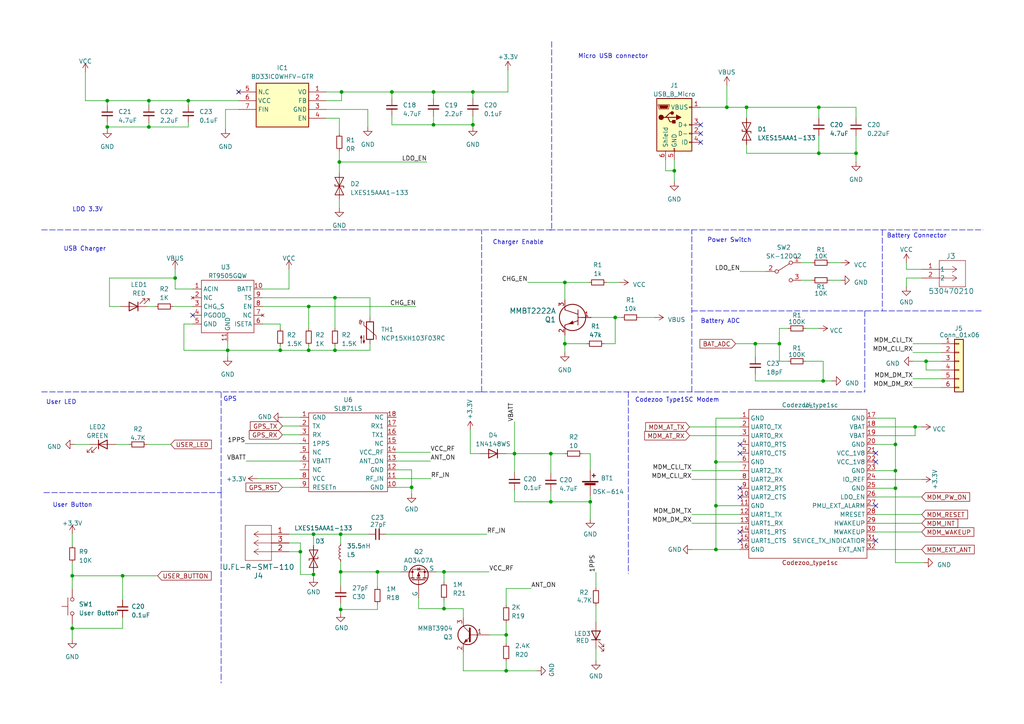
<source format=kicad_sch>
(kicad_sch (version 20230121) (generator eeschema)
  (paper "A4")
  (title_block (title "Power") (date "2023-04-21"))
  (junction (at 20.955 182.245))
  (junction (at 237.49 44.45))
  (junction (at 237.49 31.115))
  (junction (at 210.82 31.115))
  (junction (at 259.715 136.525))
  (junction (at 90.932 166.624))
  (junction (at 97.155 86.36))
  (junction (at 259.715 141.605))
  (junction (at 219.075 99.695))
  (junction (at 248.285 44.45))
  (junction (at 87.122 160.02))
  (junction (at 66.04 101.6))
  (junction (at 195.58 49.53))
  (junction (at 125.73 26.67))
  (junction (at 128.778 176.53))
  (junction (at 98.806 176.784))
  (junction (at 163.83 81.915))
  (junction (at 90.932 154.94))
  (junction (at 54.61 29.21))
  (junction (at 146.812 194.564))
  (junction (at 149.225 131.572))
  (junction (at 268.605 104.775))
  (junction (at 207.645 159.385))
  (junction (at 178.435 92.075))
  (junction (at 163.83 99.695))
  (junction (at 265.43 123.825))
  (junction (at 113.665 26.67))
  (junction (at 43.18 36.83))
  (junction (at 31.115 29.21))
  (junction (at 119.38 141.351))
  (junction (at 146.812 184.15))
  (junction (at 98.806 154.94))
  (junction (at 43.18 29.21))
  (junction (at 171.196 145.542))
  (junction (at 89.535 101.6))
  (junction (at 159.766 131.572))
  (junction (at 50.8 80.645))
  (junction (at 159.766 145.542))
  (junction (at 216.535 31.115))
  (junction (at 238.76 110.49))
  (junction (at 259.715 128.905))
  (junction (at 109.474 165.862))
  (junction (at 20.955 167.005))
  (junction (at 137.16 36.195))
  (junction (at 137.16 26.67))
  (junction (at 207.645 133.985))
  (junction (at 89.535 88.9))
  (junction (at 207.645 146.685))
  (junction (at 31.115 36.83))
  (junction (at 226.06 99.695))
  (junction (at 81.28 101.6))
  (junction (at 98.806 165.862))
  (junction (at 125.73 36.195))
  (junction (at 99.06 26.67))
  (junction (at 128.778 165.862))
  (junction (at 98.425 46.99))
  (junction (at 97.155 101.6))
  (junction (at 35.56 167.005))
  (no_connect (at 214.63 156.845))
  (no_connect (at 214.63 144.145))
  (no_connect (at 254 156.845))
  (no_connect (at 254 133.985))
  (no_connect (at 214.63 154.305))
  (no_connect (at 214.63 128.905))
  (no_connect (at 254 131.445))
  (no_connect (at 203.2 38.735))
  (no_connect (at 214.63 131.445))
  (no_connect (at 214.63 141.605))
  (no_connect (at 203.2 41.275))
  (no_connect (at 203.2 36.195))
  (no_connect (at 55.88 91.44))
  (no_connect (at 254 146.685))
  (no_connect (at 69.215 26.67))
  (wire (pts (xy 259.715 121.285) (xy 254 121.285)))
  (wire (pts (xy 98.425 43.815) (xy 98.425 46.99)))
  (wire (pts (xy 90.932 166.624) (xy 90.932 165.862)))
  (wire (pts (xy 193.04 46.355) (xy 193.04 49.53)))
  (wire (pts (xy 99.06 29.21) (xy 99.06 26.67)))
  (wire (pts (xy 210.82 31.115) (xy 216.535 31.115)))
  (polyline (pts (xy 12.7 142.875) (xy 64.135 142.875)) (stroke (width 0) (type dash)))
  (polyline (pts (xy 64.135 142.875) (xy 64.135 198.12)) (stroke (width 0) (type dash)))
  (wire (pts (xy 81.28 93.98) (xy 81.28 95.25)))
  (polyline (pts (xy 255.905 66.675) (xy 255.905 90.17)) (stroke (width 0) (type dash)))
  (wire (pts (xy 54.61 35.56) (xy 54.61 36.83)))
  (wire (pts (xy 134.366 189.23) (xy 134.366 194.564)))
  (wire (pts (xy 195.58 46.355) (xy 195.58 49.53)))
  (wire (pts (xy 146.812 191.77) (xy 146.812 194.564)))
  (wire (pts (xy 119.38 136.271) (xy 119.38 141.351)))
  (wire (pts (xy 90.932 154.94) (xy 98.806 154.94)))
  (wire (pts (xy 97.155 86.36) (xy 107.315 86.36)))
  (wire (pts (xy 254 141.605) (xy 259.715 141.605)))
  (wire (pts (xy 107.315 86.36) (xy 107.315 92.075)))
  (wire (pts (xy 219.075 99.695) (xy 226.06 99.695)))
  (wire (pts (xy 98.425 57.785) (xy 98.425 60.325)))
  (wire (pts (xy 113.665 26.67) (xy 125.73 26.67)))
  (wire (pts (xy 121.412 176.53) (xy 121.412 173.482)))
  (wire (pts (xy 83.82 83.82) (xy 76.2 83.82)))
  (wire (pts (xy 31.75 88.9) (xy 34.925 88.9)))
  (wire (pts (xy 66.04 101.6) (xy 66.04 103.505)))
  (wire (pts (xy 113.665 33.655) (xy 113.665 36.195)))
  (wire (pts (xy 42.545 128.905) (xy 49.53 128.905)))
  (wire (pts (xy 163.83 99.695) (xy 170.18 99.695)))
  (wire (pts (xy 90.932 167.64) (xy 90.932 166.624)))
  (wire (pts (xy 200.66 159.385) (xy 207.645 159.385)))
  (wire (pts (xy 128.778 176.53) (xy 121.412 176.53)))
  (wire (pts (xy 267.335 144.145) (xy 254 144.145)))
  (wire (pts (xy 232.41 81.28) (xy 235.585 81.28)))
  (wire (pts (xy 119.38 141.351) (xy 119.38 143.256)))
  (wire (pts (xy 262.89 80.645) (xy 267.335 80.645)))
  (wire (pts (xy 113.665 36.195) (xy 125.73 36.195)))
  (polyline (pts (xy 202.565 113.665) (xy 250.825 113.665)) (stroke (width 0) (type dash)))
  (wire (pts (xy 265.43 126.365) (xy 265.43 123.825)))
  (polyline (pts (xy 139.7 113.665) (xy 202.565 113.665)) (stroke (width 0) (type dash)))
  (wire (pts (xy 50.8 78.105) (xy 50.8 80.645)))
  (wire (pts (xy 273.05 107.315) (xy 268.605 107.315)))
  (wire (pts (xy 31.75 88.9) (xy 31.75 80.645)))
  (polyline (pts (xy 139.7 113.665) (xy 139.7 66.675)) (stroke (width 0) (type dash)))
  (wire (pts (xy 163.83 99.695) (xy 163.83 102.235)))
  (wire (pts (xy 20.955 180.975) (xy 20.955 182.245)))
  (wire (pts (xy 163.83 97.155) (xy 163.83 99.695)))
  (wire (pts (xy 128.778 176.53) (xy 134.366 176.53)))
  (wire (pts (xy 50.8 83.82) (xy 55.88 83.82)))
  (wire (pts (xy 98.806 157.734) (xy 98.806 154.94)))
  (wire (pts (xy 237.49 31.115) (xy 248.285 31.115)))
  (wire (pts (xy 214.63 78.74) (xy 222.25 78.74)))
  (wire (pts (xy 24.765 20.955) (xy 24.765 29.21)))
  (wire (pts (xy 107.315 101.6) (xy 97.155 101.6)))
  (wire (pts (xy 43.18 29.21) (xy 54.61 29.21)))
  (wire (pts (xy 254 128.905) (xy 259.715 128.905)))
  (wire (pts (xy 200.66 136.525) (xy 214.63 136.525)))
  (wire (pts (xy 113.665 26.67) (xy 113.665 28.575)))
  (wire (pts (xy 98.806 177.8) (xy 98.806 176.784)))
  (wire (pts (xy 171.196 143.891) (xy 171.196 145.542)))
  (wire (pts (xy 109.474 165.862) (xy 116.332 165.862)))
  (wire (pts (xy 214.63 121.285) (xy 207.645 121.285)))
  (polyline (pts (xy 64.135 142.875) (xy 64.135 113.665)) (stroke (width 0) (type dash)))
  (wire (pts (xy 20.955 154.94) (xy 20.955 158.115)))
  (wire (pts (xy 114.935 138.811) (xy 124.968 138.811)))
  (wire (pts (xy 83.82 78.105) (xy 83.82 83.82)))
  (wire (pts (xy 259.715 128.905) (xy 259.715 121.285)))
  (wire (pts (xy 97.155 100.33) (xy 97.155 101.6)))
  (wire (pts (xy 248.285 31.115) (xy 248.285 34.29)))
  (wire (pts (xy 128.778 165.862) (xy 141.859 165.862)))
  (wire (pts (xy 147.32 26.67) (xy 147.32 20.32)))
  (wire (pts (xy 97.155 86.36) (xy 97.155 95.25)))
  (wire (pts (xy 65.405 37.465) (xy 65.405 31.75)))
  (wire (pts (xy 207.645 133.985) (xy 207.645 146.685)))
  (wire (pts (xy 55.88 93.98) (xy 53.34 93.98)))
  (wire (pts (xy 264.795 102.235) (xy 273.05 102.235)))
  (wire (pts (xy 200.66 149.225) (xy 214.63 149.225)))
  (wire (pts (xy 81.915 121.031) (xy 86.995 121.031)))
  (wire (pts (xy 125.73 26.67) (xy 125.73 28.575)))
  (wire (pts (xy 172.847 165.989) (xy 172.847 170.561)))
  (wire (pts (xy 83.82 154.94) (xy 90.932 154.94)))
  (wire (pts (xy 20.955 182.245) (xy 20.955 185.42)))
  (wire (pts (xy 159.766 131.572) (xy 159.766 137.287)))
  (wire (pts (xy 83.82 160.02) (xy 87.122 160.02)))
  (wire (pts (xy 213.36 99.695) (xy 219.075 99.695)))
  (wire (pts (xy 149.225 122.301) (xy 149.225 131.572)))
  (wire (pts (xy 178.435 99.695) (xy 178.435 92.075)))
  (wire (pts (xy 178.435 92.075) (xy 180.34 92.075)))
  (wire (pts (xy 248.285 39.37) (xy 248.285 44.45)))
  (wire (pts (xy 125.73 26.67) (xy 137.16 26.67)))
  (wire (pts (xy 195.58 49.53) (xy 195.58 52.705)))
  (wire (pts (xy 109.474 175.26) (xy 109.474 176.784)))
  (wire (pts (xy 207.645 121.285) (xy 207.645 133.985)))
  (wire (pts (xy 233.68 95.25) (xy 237.49 95.25)))
  (wire (pts (xy 264.795 109.855) (xy 273.05 109.855)))
  (wire (pts (xy 114.935 133.731) (xy 124.841 133.731)))
  (wire (pts (xy 267.335 149.225) (xy 254 149.225)))
  (wire (pts (xy 149.225 142.113) (xy 149.225 145.542)))
  (wire (pts (xy 175.26 99.695) (xy 178.435 99.695)))
  (wire (pts (xy 168.91 131.572) (xy 171.196 131.572)))
  (wire (pts (xy 66.04 99.06) (xy 66.04 101.6)))
  (wire (pts (xy 185.42 92.075) (xy 189.865 92.075)))
  (wire (pts (xy 71.374 133.731) (xy 86.995 133.731)))
  (wire (pts (xy 216.535 44.45) (xy 237.49 44.45)))
  (wire (pts (xy 76.2 88.9) (xy 89.535 88.9)))
  (wire (pts (xy 109.474 170.18) (xy 109.474 165.862)))
  (wire (pts (xy 149.225 131.572) (xy 159.766 131.572)))
  (wire (pts (xy 89.535 88.9) (xy 89.535 95.25)))
  (polyline (pts (xy 12.065 113.665) (xy 139.7 113.665)) (stroke (width 0) (type dash)))
  (wire (pts (xy 134.366 194.564) (xy 146.812 194.564)))
  (polyline (pts (xy 12.065 66.675) (xy 160.02 66.675)) (stroke (width 0) (type dash)))
  (wire (pts (xy 241.3 110.49) (xy 238.76 110.49)))
  (wire (pts (xy 254 151.765) (xy 267.335 151.765)))
  (wire (pts (xy 98.425 34.29) (xy 98.425 38.735)))
  (wire (pts (xy 81.915 141.351) (xy 86.995 141.351)))
  (wire (pts (xy 159.766 145.542) (xy 171.196 145.542)))
  (wire (pts (xy 248.285 44.45) (xy 248.285 46.99)))
  (wire (pts (xy 35.56 167.005) (xy 35.56 173.99)))
  (wire (pts (xy 170.815 81.915) (xy 163.83 81.915)))
  (wire (pts (xy 146.812 180.594) (xy 146.812 184.15)))
  (wire (pts (xy 207.645 133.985) (xy 214.63 133.985)))
  (wire (pts (xy 171.196 145.542) (xy 171.196 150.495)))
  (wire (pts (xy 89.535 88.9) (xy 120.65 88.9)))
  (polyline (pts (xy 159.385 66.675) (xy 285.115 66.675)) (stroke (width 0) (type dash)))
  (wire (pts (xy 43.18 35.56) (xy 43.18 36.83)))
  (wire (pts (xy 114.935 131.191) (xy 124.841 131.191)))
  (wire (pts (xy 71.12 128.651) (xy 86.995 128.651)))
  (wire (pts (xy 262.89 78.105) (xy 267.335 78.105)))
  (wire (pts (xy 200.025 126.365) (xy 214.63 126.365)))
  (wire (pts (xy 226.06 99.695) (xy 226.06 104.775)))
  (wire (pts (xy 126.492 165.862) (xy 128.778 165.862)))
  (wire (pts (xy 54.61 36.83) (xy 43.18 36.83)))
  (wire (pts (xy 98.806 154.94) (xy 106.934 154.94)))
  (wire (pts (xy 254 136.525) (xy 259.715 136.525)))
  (wire (pts (xy 98.806 165.862) (xy 98.806 162.814)))
  (wire (pts (xy 264.795 112.395) (xy 273.05 112.395)))
  (wire (pts (xy 237.49 44.45) (xy 248.285 44.45)))
  (wire (pts (xy 20.955 167.005) (xy 35.56 167.005)))
  (wire (pts (xy 83.82 157.48) (xy 87.122 157.48)))
  (wire (pts (xy 238.76 104.775) (xy 238.76 110.49)))
  (wire (pts (xy 43.18 36.83) (xy 31.115 36.83)))
  (wire (pts (xy 226.06 104.775) (xy 228.6 104.775)))
  (wire (pts (xy 264.795 99.695) (xy 273.05 99.695)))
  (wire (pts (xy 33.655 128.905) (xy 37.465 128.905)))
  (wire (pts (xy 21.59 128.905) (xy 26.035 128.905)))
  (wire (pts (xy 81.28 101.6) (xy 66.04 101.6)))
  (wire (pts (xy 200.66 139.065) (xy 214.63 139.065)))
  (wire (pts (xy 74.549 138.811) (xy 86.995 138.811)))
  (wire (pts (xy 262.89 83.185) (xy 262.89 80.645)))
  (wire (pts (xy 226.06 95.25) (xy 226.06 99.695)))
  (wire (pts (xy 89.535 100.33) (xy 89.535 101.6)))
  (wire (pts (xy 146.812 184.15) (xy 146.812 186.69)))
  (wire (pts (xy 81.28 100.33) (xy 81.28 101.6)))
  (wire (pts (xy 54.61 29.21) (xy 69.215 29.21)))
  (wire (pts (xy 35.56 182.245) (xy 20.955 182.245)))
  (wire (pts (xy 31.115 35.56) (xy 31.115 36.83)))
  (wire (pts (xy 97.155 101.6) (xy 89.535 101.6)))
  (wire (pts (xy 112.014 154.94) (xy 141.224 154.94)))
  (wire (pts (xy 153.035 81.915) (xy 163.83 81.915)))
  (wire (pts (xy 175.895 81.915) (xy 179.705 81.915)))
  (polyline (pts (xy 250.825 90.17) (xy 250.825 113.665)) (stroke (width 0) (type dash)))
  (wire (pts (xy 146.812 131.572) (xy 149.225 131.572)))
  (wire (pts (xy 267.335 139.065) (xy 254 139.065)))
  (wire (pts (xy 149.225 131.572) (xy 149.225 137.033)))
  (wire (pts (xy 76.2 86.36) (xy 97.155 86.36)))
  (wire (pts (xy 35.56 179.07) (xy 35.56 182.245)))
  (wire (pts (xy 109.474 176.784) (xy 98.806 176.784)))
  (wire (pts (xy 200.66 151.765) (xy 214.63 151.765)))
  (wire (pts (xy 50.165 88.9) (xy 55.88 88.9)))
  (wire (pts (xy 136.398 124.714) (xy 136.398 131.572)))
  (wire (pts (xy 171.45 92.075) (xy 178.435 92.075)))
  (wire (pts (xy 98.806 165.862) (xy 109.474 165.862)))
  (wire (pts (xy 31.115 29.21) (xy 43.18 29.21)))
  (wire (pts (xy 254 123.825) (xy 265.43 123.825)))
  (wire (pts (xy 94.615 34.29) (xy 98.425 34.29)))
  (wire (pts (xy 207.645 159.385) (xy 214.63 159.385)))
  (wire (pts (xy 24.765 29.21) (xy 31.115 29.21)))
  (wire (pts (xy 254 159.385) (xy 267.335 159.385)))
  (wire (pts (xy 87.122 157.48) (xy 87.122 160.02)))
  (wire (pts (xy 114.935 141.351) (xy 119.38 141.351)))
  (wire (pts (xy 87.122 166.624) (xy 90.932 166.624)))
  (wire (pts (xy 254 126.365) (xy 265.43 126.365)))
  (wire (pts (xy 20.955 163.195) (xy 20.955 167.005)))
  (wire (pts (xy 81.915 126.111) (xy 86.995 126.111)))
  (wire (pts (xy 233.68 104.775) (xy 238.76 104.775)))
  (wire (pts (xy 203.2 31.115) (xy 210.82 31.115)))
  (wire (pts (xy 268.605 104.775) (xy 273.05 104.775)))
  (wire (pts (xy 200.025 123.825) (xy 214.63 123.825)))
  (wire (pts (xy 128.778 168.91) (xy 128.778 165.862)))
  (wire (pts (xy 98.425 46.99) (xy 98.425 50.165)))
  (wire (pts (xy 216.535 31.115) (xy 216.535 34.29)))
  (wire (pts (xy 54.61 29.21) (xy 54.61 30.48)))
  (wire (pts (xy 240.665 76.2) (xy 243.84 76.2)))
  (wire (pts (xy 125.73 36.195) (xy 137.16 36.195)))
  (wire (pts (xy 20.955 167.005) (xy 20.955 170.815)))
  (wire (pts (xy 207.645 146.685) (xy 214.63 146.685)))
  (wire (pts (xy 128.778 176.53) (xy 128.778 173.99)))
  (polyline (pts (xy 200.66 90.17) (xy 285.115 90.17)) (stroke (width 0) (type dash)))
  (wire (pts (xy 219.075 110.49) (xy 238.76 110.49)))
  (wire (pts (xy 159.766 131.572) (xy 163.83 131.572)))
  (wire (pts (xy 137.16 33.655) (xy 137.16 36.195)))
  (wire (pts (xy 172.847 175.641) (xy 172.847 180.467)))
  (wire (pts (xy 228.6 95.25) (xy 226.06 95.25)))
  (wire (pts (xy 137.16 26.67) (xy 137.16 28.575)))
  (wire (pts (xy 149.225 145.542) (xy 159.766 145.542)))
  (wire (pts (xy 89.535 101.6) (xy 81.28 101.6)))
  (wire (pts (xy 125.73 33.655) (xy 125.73 36.195)))
  (wire (pts (xy 159.766 142.367) (xy 159.766 145.542)))
  (wire (pts (xy 99.06 26.67) (xy 113.665 26.67)))
  (wire (pts (xy 163.83 81.915) (xy 163.83 86.995)))
  (wire (pts (xy 254 154.305) (xy 267.335 154.305)))
  (wire (pts (xy 65.405 31.75) (xy 69.215 31.75)))
  (wire (pts (xy 31.115 36.83) (xy 31.115 37.465)))
  (wire (pts (xy 232.41 76.2) (xy 235.585 76.2)))
  (wire (pts (xy 146.812 175.514) (xy 146.812 170.688)))
  (wire (pts (xy 146.812 170.688) (xy 154.051 170.688)))
  (polyline (pts (xy 200.66 113.665) (xy 200.66 66.675)) (stroke (width 0) (type dash)))
  (wire (pts (xy 262.89 76.2) (xy 262.89 78.105)))
  (wire (pts (xy 137.16 36.195) (xy 137.16 36.83)))
  (wire (pts (xy 114.935 136.271) (xy 119.38 136.271)))
  (wire (pts (xy 76.2 93.98) (xy 81.28 93.98)))
  (wire (pts (xy 259.715 163.195) (xy 267.97 163.195)))
  (wire (pts (xy 259.715 141.605) (xy 259.715 136.525)))
  (wire (pts (xy 172.847 188.087) (xy 172.847 191.643)))
  (wire (pts (xy 259.715 136.525) (xy 259.715 128.905)))
  (polyline (pts (xy 160.02 12.065) (xy 160.02 66.675)) (stroke (width 0) (type dash)))
  (wire (pts (xy 146.812 194.564) (xy 155.702 194.564)))
  (wire (pts (xy 219.075 108.585) (xy 219.075 110.49)))
  (wire (pts (xy 240.665 81.28) (xy 243.84 81.28)))
  (wire (pts (xy 43.18 29.21) (xy 43.18 30.48)))
  (wire (pts (xy 216.535 41.91) (xy 216.535 44.45)))
  (wire (pts (xy 171.196 131.572) (xy 171.196 136.271)))
  (wire (pts (xy 136.398 131.572) (xy 139.192 131.572)))
  (wire (pts (xy 35.56 167.005) (xy 45.72 167.005)))
  (wire (pts (xy 107.315 99.695) (xy 107.315 101.6)))
  (wire (pts (xy 193.04 49.53) (xy 195.58 49.53)))
  (wire (pts (xy 94.615 29.21) (xy 99.06 29.21)))
  (wire (pts (xy 207.645 146.685) (xy 207.645 159.385)))
  (wire (pts (xy 219.075 99.695) (xy 219.075 103.505)))
  (wire (pts (xy 98.425 46.99) (xy 123.825 46.99)))
  (wire (pts (xy 50.8 80.645) (xy 50.8 83.82)))
  (wire (pts (xy 42.545 88.9) (xy 45.085 88.9)))
  (wire (pts (xy 106.68 31.75) (xy 106.68 36.83)))
  (wire (pts (xy 31.75 80.645) (xy 50.8 80.645)))
  (wire (pts (xy 259.715 141.605) (xy 259.715 163.195)))
  (wire (pts (xy 264.795 104.775) (xy 268.605 104.775)))
  (wire (pts (xy 216.535 31.115) (xy 237.49 31.115)))
  (wire (pts (xy 53.34 101.6) (xy 66.04 101.6)))
  (wire (pts (xy 94.615 26.67) (xy 99.06 26.67)))
  (wire (pts (xy 98.806 169.926) (xy 98.806 165.862)))
  (wire (pts (xy 98.806 176.784) (xy 98.806 175.006)))
  (wire (pts (xy 210.82 24.765) (xy 210.82 31.115)))
  (polyline (pts (xy 182.245 113.665) (xy 182.245 166.37)) (stroke (width 0) (type dash)))
  (wire (pts (xy 137.16 26.67) (xy 147.32 26.67)))
  (wire (pts (xy 94.615 31.75) (xy 106.68 31.75)))
  (wire (pts (xy 53.34 93.98) (xy 53.34 101.6)))
  (wire (pts (xy 268.605 107.315) (xy 268.605 104.775)))
  (wire (pts (xy 81.915 123.571) (xy 86.995 123.571)))
  (wire (pts (xy 237.49 39.37) (xy 237.49 44.45)))
  (wire (pts (xy 87.122 160.02) (xy 87.122 166.624)))
  (wire (pts (xy 237.49 31.115) (xy 237.49 34.29)))
  (wire (pts (xy 31.115 29.21) (xy 31.115 30.48)))
  (wire (pts (xy 90.932 158.242) (xy 90.932 154.94)))
  (wire (pts (xy 141.986 184.15) (xy 146.812 184.15)))
  (wire (pts (xy 265.43 123.825) (xy 267.335 123.825)))
  (wire (pts (xy 134.366 179.07) (xy 134.366 176.53)))
  (text "User Button" (at 15.24 147.32 0) (effects (font (size 1.27 1.27)) (justify left bottom)))
  (text "Codezoo Type1SC Modem" (at 184.15 116.84 0) (effects (font (size 1.27 1.27)) (justify left bottom)))
  (text "Battery ADC" (at 203.2 93.98 0) (effects (font (size 1.27 1.27)) (justify left bottom)))
  (text "Charger Enable" (at 142.875 71.12 0) (effects (font (size 1.27 1.27)) (justify left bottom)))
  (text "LDO 3.3V" (at 20.955 61.595 0) (effects (font (size 1.27 1.27)) (justify left bottom)))
  (text "Battery Connector" (at 257.175 69.215 0) (effects (font (size 1.27 1.27)) (justify left bottom)))
  (text "User LED" (at 13.335 117.475 0) (effects (font (size 1.27 1.27)) (justify left bottom)))
  (text "GPS" (at 64.77 116.586 0) (effects (font (size 1.27 1.27)) (justify left bottom)))
  (text "USB Charger" (at 18.415 73.025 0) (effects (font (size 1.27 1.27)) (justify left bottom)))
  (text "Power Switch" (at 205.105 70.485 0) (effects (font (size 1.27 1.27)) (justify left bottom)))
  (text "Micro USB connector" (at 167.64 17.145 0) (effects (font (size 1.27 1.27)) (justify left bottom)))
  (label "MDM_CLI_RX" (at 264.795 102.235 180))
  (label "VBATT" (at 71.374 133.731 180))
  (label "RF_IN" (at 141.224 154.94 0))
  (label "MDM_CLI_TX" (at 200.66 136.525 180))
  (label "1PPS" (at 172.847 165.989 90))
  (label "MDM_DM_RX" (at 200.66 151.765 180))
  (label "VBATT" (at 149.225 122.301 90))
  (label "CHG_EN" (at 153.035 81.915 180))
  (label "RF_IN" (at 124.968 138.811 0))
  (label "CHG_EN" (at 120.65 88.9 180))
  (label "LDO_EN" (at 123.825 46.99 180))
  (label "VCC_RF" (at 141.859 165.862 0))
  (label "1PPS" (at 71.12 128.651 180))
  (label "MDM_CLI_RX" (at 200.66 139.065 180))
  (label "MDM_CLI_TX" (at 264.795 99.695 180))
  (label "VCC_RF" (at 124.841 131.191 0))
  (label "MDM_DM_TX" (at 264.795 109.855 180))
  (label "ANT_ON" (at 124.841 133.731 0))
  (label "ANT_ON" (at 154.051 170.688 0))
  (label "MDM_DM_RX" (at 264.795 112.395 180))
  (label "MDM_DM_TX" (at 200.66 149.225 180))
  (label "LDO_EN" (at 214.63 78.74 180))
  (global_label "BAT_ADC" (shape input) (at 213.36 99.695 180) (property "Intersheetrefs" "${INTERSHEET_REFS}" (effects hide)))
  (global_label "MDM_INT" (shape input) (at 267.335 151.765 0) (property "Intersheetrefs" "${INTERSHEET_REFS}" (effects hide)))
  (global_label "MDM_EXT_ANT" (shape input) (at 267.335 159.385 0) (property "Intersheetrefs" "${INTERSHEET_REFS}" (effects hide)))
  (global_label "MDM_RESET" (shape input) (at 267.335 149.225 0) (property "Intersheetrefs" "${INTERSHEET_REFS}" (effects hide)))
  (global_label "GPS_TX" (shape input) (at 81.915 123.571 180) (property "Intersheetrefs" "${INTERSHEET_REFS}" (effects hide)))
  (global_label "GPS_RST" (shape input) (at 81.915 141.351 180) (property "Intersheetrefs" "${INTERSHEET_REFS}" (effects hide)))
  (global_label "MDM_AT_RX" (shape input) (at 200.025 126.365 180) (property "Intersheetrefs" "${INTERSHEET_REFS}" (effects hide)))
  (global_label "GPS_RX" (shape input) (at 81.915 126.111 180) (property "Intersheetrefs" "${INTERSHEET_REFS}" (effects hide)))
  (global_label "USER_BUTTON" (shape input) (at 45.72 167.005 0) (property "Intersheetrefs" "${INTERSHEET_REFS}" (effects hide)))
  (global_label "MDM_PW_ON" (shape input) (at 267.335 144.145 0) (property "Intersheetrefs" "${INTERSHEET_REFS}" (effects hide)))
  (global_label "USER_LED" (shape input) (at 49.53 128.905 0) (property "Intersheetrefs" "${INTERSHEET_REFS}" (effects hide)))
  (global_label "MDM_WAKEUP" (shape input) (at 267.335 154.305 0) (property "Intersheetrefs" "${INTERSHEET_REFS}" (effects hide)))
  (global_label "MDM_AT_TX" (shape input) (at 200.025 123.825 180) (property "Intersheetrefs" "${INTERSHEET_REFS}" (effects hide)))
  (symbol (lib_id "power:GND") (at 31.115 37.465 0) (unit 1)
    (property "Reference" "#PWR034" (effects hide))
    (property "Value" "GND" (at 31.115 42.545 0))
    (instances (project "Tracker_CC2652R7" (path "" (reference "#PWR034") (unit 1)) (path "" (reference "#PWR040") (unit 1))))
  )
  (symbol (lib_id "Device:R_Small") (at 238.125 81.28 270) (unit 1)
    (property "Reference" "R1" (at 238.125 83.185 90))
    (property "Value" "10K" (at 238.125 85.09 90))
    (property "Footprint" "Resistor_SMD:R_0603_1608Metric" (effects hide))
    (instances (project "Tracker_CC2652R7" (path "" (reference "R1") (unit 1)) (path "" (reference "R13") (unit 1))))
  )
  (symbol (lib_id "BD33IC0WHFV-GTR:BD33IC0WHFV-GTR") (at 94.615 26.67 0) (mirror y) (unit 1)
    (property "Reference" "IC1" (at 81.915 19.685 0))
    (property "Value" "BD33IC0WHFV-GTR" (at 81.915 22.225 0))
    (property "Footprint" "Package_TO_SOT_SMD:HVSOF6" (effects hide))
    (property "Datasheet" "https://componentsearchengine.com/Datasheets/2/BD33IC0WHFV-GTR.pdf" (effects hide))
    (property "Height" "0.75" (effects hide))
    (property "Manufacturer_Name" "ROHM Semiconductor" (effects hide))
    (property "Manufacturer_Part_Number" "BD33IC0WHFV-GTR" (effects hide))
    (property "Mouser Part Number" "755-BD33IC0WHFV-GTR" (effects hide))
    (property "Mouser Price/Stock" "https://www.mouser.co.uk/ProductDetail/ROHM-Semiconductor/BD33IC0WHFV-GTR?qs=FwrL%252BevIYAYWPpsN05IM6A%3D%3D" (effects hide))
    (instances (project "Tracker_CC2652R7" (path "" (reference "IC1") (unit 1)) (path "" (reference "U5") (unit 1))))
  )
  (symbol (lib_id "Simulation_SPICE:PMOS") (at 121.412 168.402 90) (unit 1)
    (property "Reference" "Q2" (at 121.412 160.02 90))
    (property "Value" "AO3407A" (at 121.412 162.56 90))
    (property "Footprint" "Package_TO_SOT_SMD:SOT-23-3" (effects hide))
    (property "Datasheet" "https://ngspice.sourceforge.io/docs/ngspice-manual.pdf" (effects hide))
    (property "Sim.Device" "PMOS" (effects hide))
    (property "Sim.Type" "VDMOS" (effects hide))
    (property "Sim.Pins" "1=D 2=G 3=S" (effects hide))
  )
  (symbol (lib_id "power:GND") (at 262.89 83.185 0) (unit 1)
    (property "Reference" "#PWR028" (effects hide))
    (property "Value" "GND" (at 262.89 87.63 0))
    (instances (project "Tracker_CC2652R7" (path "" (reference "#PWR028") (unit 1)) (path "" (reference "#PWR036") (unit 1))))
  )
  (symbol (lib_id "Diode:1N4148WS") (at 143.002 131.572 180) (unit 1)
    (property "Reference" "D4" (at 143.002 126.238 0))
    (property "Value" "1N4148WS" (at 143.002 128.778 0))
    (property "Footprint" "Diode_SMD:D_SOD-323" (effects hide))
    (property "Datasheet" "https://www.vishay.com/docs/85751/1n4148ws.pdf" (effects hide))
    (property "Sim.Device" "D" (effects hide))
    (property "Sim.Pins" "1=K 2=A" (effects hide))
  )
  (symbol (lib_id "power:GND") (at 172.847 191.643 0) (unit 1)
    (property "Reference" "#PWR031" (effects hide))
    (property "Value" "GND" (at 172.847 196.088 0))
    (instances (project "Tracker_CC2652R7" (path "" (reference "#PWR031") (unit 1)) (path "" (reference "#PWR062") (unit 1))))
  )
  (symbol (lib_id "power:GND") (at 66.04 103.505 0) (unit 1)
    (property "Reference" "#PWR031" (effects hide))
    (property "Value" "GND" (at 66.04 108.585 0))
    (instances (project "Tracker_CC2652R7" (path "" (reference "#PWR031") (unit 1)) (path "" (reference "#PWR029") (unit 1))))
  )
  (symbol (lib_id "power:GND") (at 171.196 150.495 0) (unit 1)
    (property "Reference" "#PWR031" (effects hide))
    (property "Value" "GND" (at 171.196 154.94 0))
    (instances (project "Tracker_CC2652R7" (path "" (reference "#PWR031") (unit 1)) (path "" (reference "#PWR063") (unit 1))))
  )
  (symbol (lib_id "power:GND") (at 106.68 36.83 0) (unit 1)
    (property "Reference" "#PWR029" (effects hide))
    (property "Value" "GND" (at 106.68 41.91 0))
    (instances (project "Tracker_CC2652R7" (path "" (reference "#PWR029") (unit 1)) (path "" (reference "#PWR045") (unit 1))))
  )
  (symbol (lib_id "MMBT2222A:MMBT2222A_215") (at 171.45 92.075 0) (mirror y) (unit 1)
    (property "Reference" "Q1" (at 161.29 92.71 0) (effects (font (size 1.524 1.524)) (justify left)))
    (property "Value" "MMBT2222A" (at 161.29 90.17 0) (effects (font (size 1.524 1.524)) (justify left)))
    (property "Footprint" "Package_TO_SOT_SMD:SOT-23-3" (effects hide))
    (property "Datasheet" "MMBT2222A_215" (effects hide))
  )
  (symbol (lib_id "power:VCC") (at 262.89 76.2 0) (unit 1)
    (property "Reference" "#PWR033" (effects hide))
    (property "Value" "VCC" (at 262.89 72.39 0))
    (instances (project "Tracker_CC2652R7" (path "" (reference "#PWR033") (unit 1)) (path "" (reference "#PWR035") (unit 1))))
  )
  (symbol (lib_id "power:GND") (at 200.66 159.385 270) (unit 1)
    (property "Reference" "#PWR032" (effects hide))
    (property "Value" "GND" (at 193.675 159.385 90) (effects (justify left)))
    (instances (project "Tracker_CC2652R7" (path "" (reference "#PWR032") (unit 1)) (path "" (reference "#PWR055") (unit 1))))
  )
  (symbol (lib_id "power:GND") (at 65.405 37.465 0) (unit 1)
    (property "Reference" "#PWR032" (effects hide))
    (property "Value" "GND" (at 65.405 42.545 0))
    (instances (project "Tracker_CC2652R7" (path "" (reference "#PWR032") (unit 1)) (path "" (reference "#PWR043") (unit 1))))
  )
  (symbol (lib_id "power:+3.3V") (at 20.955 154.94 0) (unit 1)
    (property "Reference" "#PWR025" (effects hide))
    (property "Value" "+3.3V" (at 20.955 151.765 0))
    (instances (project "Tracker_CC2652R7" (path "" (reference "#PWR025") (unit 1)) (path "" (reference "#PWR048") (unit 1))))
  )
  (symbol (lib_id "power:GND") (at 137.16 36.83 0) (unit 1)
    (property "Reference" "#PWR028" (effects hide))
    (property "Value" "GND" (at 137.16 41.91 0))
    (instances (project "Tracker_CC2652R7" (path "" (reference "#PWR028") (unit 1)) (path "" (reference "#PWR049") (unit 1))))
  )
  (symbol (lib_id "Device:R_Small") (at 97.155 97.79 0) (unit 1)
    (property "Reference" "R2" (at 99.06 97.155 0) (effects (justify left)))
    (property "Value" "1.5K" (at 99.06 99.695 0) (effects (justify left)))
    (property "Footprint" "Resistor_SMD:R_0402_1005Metric" (effects hide))
    (instances (project "Tracker_CC2652R7" (path "" (reference "R2") (unit 1)) (path "" (reference "R8") (unit 1))))
  )
  (symbol (lib_id "power:+3.3V") (at 267.335 139.065 270) (unit 1)
    (property "Reference" "#PWR025" (effects hide))
    (property "Value" "+3.3V" (at 271.145 139.065 0))
    (instances (project "Tracker_CC2652R7" (path "" (reference "#PWR025") (unit 1)) (path "" (reference "#PWR056") (unit 1))))
  )
  (symbol (lib_id "power:+3.3V") (at 136.398 124.714 0) (unit 1)
    (property "Reference" "#PWR025" (effects hide))
    (property "Value" "+3.3V" (at 136.271 121.666 90) (effects (justify left)))
    (instances (project "Tracker_CC2652R7" (path "" (reference "#PWR025") (unit 1)) (path "" (reference "#PWR064") (unit 1))))
  )
  (symbol (lib_id "power:VCC") (at 267.335 123.825 270) (unit 1)
    (property "Reference" "#PWR033" (effects hide))
    (property "Value" "VCC" (at 270.51 124.46 90) (effects (justify left)))
    (instances (project "Tracker_CC2652R7" (path "" (reference "#PWR033") (unit 1)) (path "" (reference "#PWR053") (unit 1))))
  )
  (symbol (lib_id "Device:R_Small") (at 172.72 99.695 90) (unit 1)
    (property "Reference" "R1" (at 172.72 94.615 90))
    (property "Value" "47k" (at 172.72 97.155 90))
    (property "Footprint" "Resistor_SMD:R_0402_1005Metric" (effects hide))
    (instances (project "Tracker_CC2652R7" (path "" (reference "R1") (unit 1)) (path "" (reference "R11") (unit 1))))
  )
  (symbol (lib_id "Device:LED") (at 29.845 128.905 0) (unit 1)
    (property "Reference" "LED2" (at 28.2575 123.825 0))
    (property "Value" "GREEN" (at 28.2575 126.365 0))
    (property "Footprint" "LED_SMD:LED_0603_1608Metric" (effects hide))
  )
  (symbol (lib_id "Device:C_Small") (at 237.49 36.83 0) (unit 1)
    (property "Reference" "C20" (at 240.665 36.2013 0) (effects (justify left)))
    (property "Value" "4.7uF" (at 240.665 38.7413 0) (effects (justify left)))
    (property "Footprint" "Capacitor_SMD:C_0805_2012Metric" (effects hide))
    (instances (project "Tracker_CC2652R7" (path "" (reference "C20") (unit 1)) (path "" (reference "C18") (unit 1))))
  )
  (symbol (lib_id "Device:C_Small") (at 149.225 139.573 0) (unit 1)
    (property "Reference" "C20" (at 151.765 138.9443 0) (effects (justify left)))
    (property "Value" "0.1uF" (at 151.765 141.4843 0) (effects (justify left)))
    (property "Footprint" "Capacitor_SMD:C_0603_1608Metric" (effects hide))
    (instances (project "Tracker_CC2652R7" (path "" (reference "C20") (unit 1)) (path "" (reference "C31") (unit 1))))
  )
  (symbol (lib_id "Device:C_Small") (at 159.766 139.827 0) (unit 1)
    (property "Reference" "C20" (at 162.179 139.1983 0) (effects (justify left)))
    (property "Value" "4.7uF" (at 162.179 141.7383 0) (effects (justify left)))
    (property "Footprint" "Capacitor_SMD:C_0603_1608Metric" (effects hide))
    (instances (project "Tracker_CC2652R7" (path "" (reference "C20") (unit 1)) (path "" (reference "C32") (unit 1))))
  )
  (symbol (lib_id "Device:R_Small") (at 146.812 189.23 0) (mirror x) (unit 1)
    (property "Reference" "R20" (at 149.352 189.865 0) (effects (justify left)))
    (property "Value" "2.4K" (at 149.352 187.325 0) (effects (justify left)))
    (property "Footprint" "Resistor_SMD:R_0402_1005Metric" (effects hide))
  )
  (symbol (lib_id "Device:R_Small") (at 146.812 178.054 0) (mirror x) (unit 1)
    (property "Reference" "R19" (at 148.336 178.689 0) (effects (justify left)))
    (property "Value" "2K" (at 148.336 176.149 0) (effects (justify left)))
    (property "Footprint" "Resistor_SMD:R_0402_1005Metric" (effects hide))
  )
  (symbol (lib_id "power:VCC") (at 179.705 81.915 270) (unit 1)
    (property "Reference" "#PWR033" (effects hide))
    (property "Value" "VCC" (at 183.515 82.55 90) (effects (justify left)))
    (instances (project "Tracker_CC2652R7" (path "" (reference "#PWR033") (unit 1)) (path "" (reference "#PWR05") (unit 1))))
  )
  (symbol (lib_id "Device:C_Small") (at 248.285 36.83 0) (unit 1)
    (property "Reference" "C20" (at 251.46 36.2013 0) (effects (justify left)))
    (property "Value" "0.22uF" (at 251.46 38.7413 0) (effects (justify left)))
    (property "Footprint" "Capacitor_SMD:C_0402_1005Metric" (effects hide))
    (instances (project "Tracker_CC2652R7" (path "" (reference "C20") (unit 1)) (path "" (reference "C19") (unit 1))))
  )
  (symbol (lib_id "power:GND") (at 81.915 121.031 270) (unit 1)
    (property "Reference" "#PWR031" (effects hide))
    (property "Value" "GND" (at 78.867 120.904 90) (effects (justify right)))
    (instances (project "Tracker_CC2652R7" (path "" (reference "#PWR031") (unit 1)) (path "" (reference "#PWR047") (unit 1))))
  )
  (symbol (lib_id "power:GND") (at 241.3 110.49 90) (unit 1)
    (property "Reference" "#PWR028" (effects hide))
    (property "Value" "GND" (at 245.11 111.125 90) (effects (justify right)))
    (instances (project "Tracker_CC2652R7" (path "" (reference "#PWR028") (unit 1)) (path "" (reference "#PWR042") (unit 1))))
  )
  (symbol (lib_id "Device:Thermistor_NTC") (at 107.315 95.885 0) (unit 1)
    (property "Reference" "TH1" (at 110.49 95.5675 0) (effects (justify left)))
    (property "Value" "NCP15XH103F03RC" (at 110.49 98.1075 0) (effects (justify left)))
    (property "Footprint" "Diode_SMD:D_0402_1005Metric" (effects hide))
  )
  (symbol (lib_id "Device:Battery_Cell") (at 171.196 141.351 0) (unit 1)
    (property "Reference" "BT1" (at 174.244 138.684 0) (effects (justify left)))
    (property "Value" "DSK-614" (at 171.831 142.621 0) (effects (justify left)))
    (property "Footprint" "dsk614:DSK-614" (effects hide))
  )
  (symbol (lib_id "power:GND") (at 195.58 52.705 0) (unit 1)
    (property "Reference" "#PWR028" (effects hide))
    (property "Value" "GND" (at 195.58 57.785 0))
    (instances (project "Tracker_CC2652R7" (path "" (reference "#PWR028") (unit 1)) (path "" (reference "#PWR025") (unit 1))))
  )
  (symbol (lib_id "power:VBUS") (at 189.865 92.075 270) (unit 1)
    (property "Reference" "#PWR06" (effects hide))
    (property "Value" "VBUS" (at 193.675 92.71 90) (effects (justify left)))
  )
  (symbol (lib_id "Device:R_Small") (at 231.14 95.25 270) (unit 1)
    (property "Reference" "R1" (at 231.14 91.44 90))
    (property "Value" "100K" (at 231.14 93.345 90))
    (property "Footprint" "Resistor_SMD:R_0402_1005Metric" (effects hide))
    (instances (project "Tracker_CC2652R7" (path "" (reference "R1") (unit 1)) (path "" (reference "R14") (unit 1))))
  )
  (symbol (lib_id "power:GND") (at 119.38 143.256 0) (unit 1)
    (property "Reference" "#PWR031" (effects hide))
    (property "Value" "GND" (at 119.38 147.701 0))
    (instances (project "Tracker_CC2652R7" (path "" (reference "#PWR031") (unit 1)) (path "" (reference "#PWR058") (unit 1))))
  )
  (symbol (lib_id "Device:LED") (at 172.847 184.277 90) (unit 1)
    (property "Reference" "LED3" (at 166.497 183.769 90) (effects (justify right)))
    (property "Value" "RED" (at 167.005 185.801 90) (effects (justify right)))
    (property "Footprint" "LED_SMD:LED_0603_1608Metric" (effects hide))
  )
  (symbol (lib_id "power:GND") (at 20.955 185.42 0) (unit 1)
    (property "Reference" "#PWR034" (effects hide))
    (property "Value" "GND" (at 20.955 190.5 0))
    (instances (project "Tracker_CC2652R7" (path "" (reference "#PWR034") (unit 1)) (path "" (reference "#PWR051") (unit 1))))
  )
  (symbol (lib_id "power:+3.3V") (at 147.32 20.32 0) (unit 1)
    (property "Reference" "#PWR025" (effects hide))
    (property "Value" "+3.3V" (at 147.32 16.51 0))
    (instances (project "Tracker_CC2652R7" (path "" (reference "#PWR025") (unit 1)) (path "" (reference "#PWR050") (unit 1))))
  )
  (symbol (lib_id "Device:C_Small") (at 219.075 106.045 0) (unit 1)
    (property "Reference" "C23" (at 222.25 105.4163 0) (effects (justify left)))
    (property "Value" "18pF" (at 222.25 107.9563 0) (effects (justify left)))
    (property "Footprint" "Capacitor_SMD:C_0402_1005Metric" (effects hide))
    (instances (project "Tracker_CC2652R7" (path "" (reference "C23") (unit 1)) (path "" (reference "C21") (unit 1))))
  )
  (symbol (lib_id "Switch:SW_SPDT") (at 227.33 78.74 0) (unit 1)
    (property "Reference" "SW2" (at 227.33 71.755 0))
    (property "Value" "SK-12D02" (at 227.33 74.295 0))
    (property "Footprint" "SK_12D02_VG5:SK-12D02-VG5" (effects hide))
  )
  (symbol (lib_id "Diode:ESD9B3.3ST5G") (at 90.932 162.052 90) (mirror x) (unit 1)
    (property "Reference" "D3" (at 91.44 156.972 90) (effects (justify right)))
    (property "Value" "LXES15AAA1-133" (at 85.344 153.162 90) (effects (justify right)))
    (property "Footprint" "Diode_SMD:D_0402_1005Metric" (effects hide))
  )
  (symbol (lib_id "power:GND") (at 248.285 46.99 0) (unit 1)
    (property "Reference" "#PWR028" (effects hide))
    (property "Value" "GND" (at 248.285 52.07 0))
    (instances (project "Tracker_CC2652R7" (path "" (reference "#PWR028") (unit 1)) (path "" (reference "#PWR027") (unit 1))))
  )
  (symbol (lib_id "power:VCC") (at 83.82 78.105 0) (unit 1)
    (property "Reference" "#PWR033" (effects hide))
    (property "Value" "VCC" (at 83.82 74.93 0))
    (instances (project "Tracker_CC2652R7" (path "" (reference "#PWR033") (unit 1)) (path "" (reference "#PWR030") (unit 1))))
  )
  (symbol (lib_id "Device:R_Small") (at 40.005 128.905 270) (unit 1)
    (property "Reference" "R2" (at 40.005 124.46 90))
    (property "Value" "4.7K" (at 40.005 127 90))
    (property "Footprint" "Resistor_SMD:R_0402_1005Metric" (effects hide))
    (instances (project "Tracker_CC2652R7" (path "" (reference "R2") (unit 1)) (path "" (reference "R17") (unit 1))))
  )
  (symbol (lib_id "Device:R_Small") (at 20.955 160.655 0) (unit 1)
    (property "Reference" "R9" (at 22.86 160.02 0) (effects (justify left)))
    (property "Value" "10K" (at 22.86 162.56 0) (effects (justify left)))
    (property "Footprint" "Resistor_SMD:R_0603_1608Metric" (effects hide))
    (instances (project "Tracker_CC2652R7" (path "" (reference "R9") (unit 1)) (path "" (reference "R16") (unit 1))))
  )
  (symbol (lib_id "Switch:SW_Push") (at 20.955 175.895 90) (unit 1)
    (property "Reference" "SW1" (at 22.86 175.26 90) (effects (justify right)))
    (property "Value" "User Button" (at 22.86 177.8 90) (effects (justify right)))
    (property "Footprint" "ST-1101V-4_3:ST-1101V-4.3" (effects hide))
    (instances (project "Tracker_CC2652R7" (path "" (reference "SW1") (unit 1)) (path "" (reference "SW3") (unit 1))))
  )
  (symbol (lib_id "Device:R_Small") (at 172.847 173.101 180) (unit 1)
    (property "Reference" "R2" (at 168.021 171.831 0) (effects (justify right)))
    (property "Value" "4.7K" (at 167.259 174.117 0) (effects (justify right)))
    (property "Footprint" "Resistor_SMD:R_0402_1005Metric" (effects hide))
    (instances (project "Tracker_CC2652R7" (path "" (reference "R2") (unit 1)) (path "" (reference "R22") (unit 1))))
  )
  (symbol (lib_id "power:GND") (at 21.59 128.905 270) (unit 1)
    (property "Reference" "#PWR034" (effects hide))
    (property "Value" "GND" (at 17.78 129.54 90) (effects (justify right)))
    (instances (project "Tracker_CC2652R7" (path "" (reference "#PWR034") (unit 1)) (path "" (reference "#PWR052") (unit 1))))
  )
  (symbol (lib_id "Device:LED") (at 38.735 88.9 180) (unit 1)
    (property "Reference" "LED1" (at 40.3225 82.55 0))
    (property "Value" "RED" (at 40.3225 85.09 0))
    (property "Footprint" "LED_SMD:LED_0603_1608Metric" (effects hide))
  )
  (symbol (lib_id "power:VBUS") (at 210.82 24.765 0) (unit 1)
    (property "Reference" "#PWR026" (effects hide))
    (property "Value" "VBUS" (at 210.82 20.955 0))
  )
  (symbol (lib_id "power:VCC") (at 237.49 95.25 270) (unit 1)
    (property "Reference" "#PWR033" (effects hide))
    (property "Value" "VCC" (at 240.665 95.885 90) (effects (justify left)))
    (instances (project "Tracker_CC2652R7" (path "" (reference "#PWR033") (unit 1)) (path "" (reference "#PWR041") (unit 1))))
  )
  (symbol (lib_id "Device:C_Small") (at 98.806 172.466 0) (mirror x) (unit 1)
    (property "Reference" "C30" (at 102.108 173.0947 0) (effects (justify left)))
    (property "Value" "27pF" (at 102.108 170.5547 0) (effects (justify left)))
    (property "Footprint" "Capacitor_SMD:C_0402_1005Metric" (effects hide))
  )
  (symbol (lib_id "power:GND") (at 98.806 177.8 0) (mirror y) (unit 1)
    (property "Reference" "#PWR031" (effects hide))
    (property "Value" "GND" (at 99.06 182.118 0))
    (instances (project "Tracker_CC2652R7" (path "" (reference "#PWR031") (unit 1)) (path "" (reference "#PWR060") (unit 1))))
  )
  (symbol (lib_id "Device:R_Small") (at 166.37 131.572 90) (unit 1)
    (property "Reference" "R2" (at 166.37 126.746 90))
    (property "Value" "10" (at 166.37 129.286 90))
    (property "Footprint" "Resistor_SMD:R_0402_1005Metric" (effects hide))
    (instances (project "Tracker_CC2652R7" (path "" (reference "R2") (unit 1)) (path "" (reference "R23") (unit 1))))
  )
  (symbol (lib_id "TrackerCC2652R7:RT9505GQW") (at 66.04 80.01 0) (unit 1)
    (property "Reference" "U3" (at 65.405 77.47 0))
    (property "Value" "RT9505GQW" (at 66.04 80.01 0))
    (property "Footprint" "Package_DFN_QFN:WDFN-10-1EP_3x3mm_P0.5mm_EP1.8x2.5mm" (effects hide))
  )
  (symbol (lib_id "Device:R_Small") (at 81.28 97.79 0) (unit 1)
    (property "Reference" "R2" (at 83.185 97.155 0) (effects (justify left)))
    (property "Value" "1.5K" (at 83.185 99.695 0) (effects (justify left)))
    (property "Footprint" "Resistor_SMD:R_0402_1005Metric" (effects hide))
  )
  (symbol (lib_id "Device:C_Small") (at 35.56 176.53 0) (unit 1)
    (property "Reference" "C20" (at 38.1 175.9013 0) (effects (justify left)))
    (property "Value" "0.1uF" (at 38.1 178.4413 0) (effects (justify left)))
    (property "Footprint" "Capacitor_SMD:C_0603_1608Metric" (effects hide))
    (instances (project "Tracker_CC2652R7" (path "" (reference "C20") (unit 1)) (path "" (reference "C22") (unit 1))))
  )
  (symbol (lib_id "Device:R_Small") (at 231.14 104.775 270) (unit 1)
    (property "Reference" "R1" (at 231.14 100.965 90))
    (property "Value" "100K" (at 231.14 102.87 90))
    (property "Footprint" "Resistor_SMD:R_0402_1005Metric" (effects hide))
    (instances (project "Tracker_CC2652R7" (path "" (reference "R1") (unit 1)) (path "" (reference "R15") (unit 1))))
  )
  (symbol (lib_id "Device:R_Small") (at 173.355 81.915 90) (unit 1)
    (property "Reference" "R1" (at 173.355 76.835 90))
    (property "Value" "1k" (at 173.355 79.375 90))
    (property "Footprint" "Resistor_SMD:R_0402_1005Metric" (effects hide))
    (instances (project "Tracker_CC2652R7" (path "" (reference "R1") (unit 1)) (path "" (reference "R6") (unit 1))))
  )
  (symbol (lib_id "Device:R_Small") (at 128.778 171.45 0) (mirror x) (unit 1)
    (property "Reference" "R21" (at 131.318 172.085 0) (effects (justify left)))
    (property "Value" "1M" (at 131.318 169.545 0) (effects (justify left)))
    (property "Footprint" "Resistor_SMD:R_0402_1005Metric" (effects hide))
  )
  (symbol (lib_id "Connector_Generic:Conn_01x06") (at 278.13 104.775 0) (unit 1)
    (property "Reference" "J5" (at 276.86 95.25 0) (effects (justify left)))
    (property "Value" "Conn_01x06" (at 272.415 97.155 0) (effects (justify left)))
    (property "Footprint" "Connector_PinHeader_2.54mm:PinHeader_1x06_P2.54mm_Vertical" (effects hide))
  )
  (symbol (lib_id "Device:C_Small") (at 113.665 31.115 0) (unit 1)
    (property "Reference" "C18" (at 116.84 30.4863 0) (effects (justify left)))
    (property "Value" "4.7uF" (at 116.84 33.0263 0) (effects (justify left)))
    (property "Footprint" "Capacitor_SMD:C_0805_2012Metric" (effects hide))
    (instances (project "Tracker_CC2652R7" (path "" (reference "C18") (unit 1)) (path "" (reference "C27") (unit 1))))
  )
  (symbol (lib_id "power:+3.3V") (at 74.549 138.811 90) (unit 1)
    (property "Reference" "#PWR025" (effects hide))
    (property "Value" "+3.3V" (at 71.501 138.938 90) (effects (justify left)))
    (instances (project "Tracker_CC2652R7" (path "" (reference "#PWR025") (unit 1)) (path "" (reference "#PWR044") (unit 1))))
  )
  (symbol (lib_id "power:GND") (at 267.97 163.195 90) (unit 1)
    (property "Reference" "#PWR032" (effects hide))
    (property "Value" "GND" (at 271.78 163.83 90) (effects (justify right)))
    (instances (project "Tracker_CC2652R7" (path "" (reference "#PWR032") (unit 1)) (path "" (reference "#PWR054") (unit 1))))
  )
  (symbol (lib_id "Device:R_Small") (at 238.125 76.2 270) (unit 1)
    (property "Reference" "R1" (at 238.125 72.39 90))
    (property "Value" "10K" (at 238.125 74.295 90))
    (property "Footprint" "Resistor_SMD:R_0603_1608Metric" (effects hide))
    (instances (project "Tracker_CC2652R7" (path "" (reference "R1") (unit 1)) (path "" (reference "R12") (unit 1))))
  )
  (symbol (lib_id "Device:R_Small") (at 89.535 97.79 180) (unit 1)
    (property "Reference" "R2" (at 91.44 97.155 0) (effects (justify right)))
    (property "Value" "1K" (at 91.44 99.695 0) (effects (justify right)))
    (property "Footprint" "Resistor_SMD:R_0402_1005Metric" (effects hide))
    (instances (project "Tracker_CC2652R7" (path "" (reference "R2") (unit 1)) (path "" (reference "R7") (unit 1))))
  )
  (symbol (lib_id "Device:C_Small") (at 109.474 154.94 90) (mirror x) (unit 1)
    (property "Reference" "C23" (at 109.474 150.114 90))
    (property "Value" "27pF" (at 109.728 152.146 90))
    (property "Footprint" "Capacitor_SMD:C_0402_1005Metric" (effects hide))
  )
  (symbol (lib_id "power:GND") (at 264.795 104.775 270) (unit 1)
    (property "Reference" "#PWR032" (effects hide))
    (property "Value" "GND" (at 260.985 105.41 90) (effects (justify right)))
    (instances (project "Tracker_CC2652R7" (path "" (reference "#PWR032") (unit 1)) (path "" (reference "#PWR057") (unit 1))))
  )
  (symbol (lib_id "power:GND") (at 163.83 102.235 0) (unit 1)
    (property "Reference" "#PWR028" (effects hide))
    (property "Value" "GND" (at 163.83 107.315 0))
    (instances (project "Tracker_CC2652R7" (path "" (reference "#PWR028") (unit 1)) (path "" (reference "#PWR07") (unit 1))))
  )
  (symbol (lib_id "Device:C_Small") (at 31.115 33.02 0) (unit 1)
    (property "Reference" "C21" (at 34.29 32.3913 0) (effects (justify left)))
    (property "Value" "4.7uF" (at 34.29 34.9313 0) (effects (justify left)))
    (property "Footprint" "Capacitor_SMD:C_0805_2012Metric" (effects hide))
    (instances (project "Tracker_CC2652R7" (path "" (reference "C21") (unit 1)) (path "" (reference "C24") (unit 1))))
  )
  (symbol (lib_id "Device:C_Small") (at 137.16 31.115 0) (unit 1)
    (property "Reference" "C20" (at 140.335 30.4863 0) (effects (justify left)))
    (property "Value" "0.1uF" (at 140.335 33.0263 0) (effects (justify left)))
    (property "Footprint" "Capacitor_SMD:C_0603_1608Metric" (effects hide))
    (instances (project "Tracker_CC2652R7" (path "" (reference "C20") (unit 1)) (path "" (reference "C29") (unit 1))))
  )
  (symbol (lib_id "power:VCC") (at 243.84 76.2 270) (unit 1)
    (property "Reference" "#PWR033" (effects hide))
    (property "Value" "VCC" (at 247.65 76.835 90) (effects (justify left)))
    (instances (project "Tracker_CC2652R7" (path "" (reference "#PWR033") (unit 1)) (path "" (reference "#PWR011") (unit 1))))
  )
  (symbol (lib_id "Device:R_Small") (at 98.425 41.275 180) (unit 1)
    (property "Reference" "R1" (at 100.33 40.64 0) (effects (justify right)))
    (property "Value" "0R" (at 100.33 43.18 0) (effects (justify right)))
    (property "Footprint" "Resistor_SMD:R_0603_1608Metric" (effects hide))
    (instances (project "Tracker_CC2652R7" (path "" (reference "R1") (unit 1)) (path "" (reference "R5") (unit 1))))
  )
  (symbol (lib_id "power:GND") (at 98.425 60.325 0) (unit 1)
    (property "Reference" "#PWR031" (effects hide))
    (property "Value" "GND" (at 98.425 65.405 0))
    (instances (project "Tracker_CC2652R7" (path "" (reference "#PWR031") (unit 1)) (path "" (reference "#PWR046") (unit 1))))
  )
  (symbol (lib_id "Transistor_BJT:MMBT3904") (at 136.906 184.15 0) (mirror y) (unit 1)
    (property "Reference" "Q3" (at 131.318 184.785 0) (effects (justify left)))
    (property "Value" "MMBT3904" (at 131.318 182.245 0) (effects (justify left)))
    (property "Footprint" "Package_TO_SOT_SMD:SOT-23" (effects hide))
    (property "Datasheet" "https://www.onsemi.com/pub/Collateral/2N3903-D.PDF" (effects hide))
  )
  (symbol (lib_id "power:VBUS") (at 50.8 78.105 0) (unit 1)
    (property "Reference" "#PWR028" (effects hide))
    (property "Value" "VBUS" (at 50.8 74.93 0))
  )
  (symbol (lib_id "power:GND") (at 155.702 194.564 90) (mirror x) (unit 1)
    (property "Reference" "#PWR031" (effects hide))
    (property "Value" "GND" (at 160.02 194.31 0))
    (instances (project "Tracker_CC2652R7" (path "" (reference "#PWR031") (unit 1)) (path "" (reference "#PWR061") (unit 1))))
  )
  (symbol (lib_id "Device:R_Small") (at 47.625 88.9 90) (unit 1)
    (property "Reference" "R2" (at 47.625 83.82 90))
    (property "Value" "1K" (at 47.625 86.36 90))
    (property "Footprint" "Resistor_SMD:R_0402_1005Metric" (effects hide))
    (instances (project "Tracker_CC2652R7" (path "" (reference "R2") (unit 1)) (path "" (reference "R1") (unit 1))))
  )
  (symbol (lib_id "Device:L_Small") (at 98.806 160.274 0) (mirror y) (unit 1)
    (property "Reference" "L5" (at 100.584 160.909 0) (effects (justify right)))
    (property "Value" "35.5nH" (at 100.584 158.369 0) (effects (justify right)))
    (property "Footprint" "Inductor_SMD:L_0402_1005Metric" (effects hide))
  )
  (symbol (lib_id "SL871:SL871LS") (at 100.965 119.761 0) (unit 1)
    (property "Reference" "U6" (at 100.965 115.951 0))
    (property "Value" "SL871LS" (at 100.965 118.491 0))
    (property "Footprint" "Telit_SL871:SL871" (effects hide))
  )
  (symbol (lib_id "Device:C_Small") (at 54.61 33.02 0) (unit 1)
    (property "Reference" "C23" (at 57.785 32.3913 0) (effects (justify left)))
    (property "Value" "0.1uF" (at 57.785 34.9313 0) (effects (justify left)))
    (property "Footprint" "Capacitor_SMD:C_0603_1608Metric" (effects hide))
    (instances (project "Tracker_CC2652R7" (path "" (reference "C23") (unit 1)) (path "" (reference "C26") (unit 1))))
  )
  (symbol (lib_id "Device:C_Small") (at 125.73 31.115 0) (unit 1)
    (property "Reference" "C19" (at 128.905 30.4863 0) (effects (justify left)))
    (property "Value" "2.2uF" (at 128.905 33.0263 0) (effects (justify left)))
    (property "Footprint" "Capacitor_SMD:C_0402_1005Metric" (effects hide))
    (instances (project "Tracker_CC2652R7" (path "" (reference "C19") (unit 1)) (path "" (reference "C28") (unit 1))))
  )
  (symbol (lib_id "power:VCC") (at 24.765 20.955 0) (unit 1)
    (property "Reference" "#PWR033" (effects hide))
    (property "Value" "VCC" (at 24.765 17.78 0))
    (instances (project "Tracker_CC2652R7" (path "" (reference "#PWR033") (unit 1)) (path "" (reference "#PWR039") (unit 1))))
  )
  (symbol (lib_id "power:GND") (at 90.932 167.64 0) (mirror y) (unit 1)
    (property "Reference" "#PWR031" (effects hide))
    (property "Value" "GND" (at 90.932 171.704 0))
    (instances (project "Tracker_CC2652R7" (path "" (reference "#PWR031") (unit 1)) (path "" (reference "#PWR059") (unit 1))))
  )
  (symbol (lib_id "Device:R_Small") (at 109.474 172.72 0) (mirror x) (unit 1)
    (property "Reference" "R18" (at 112.014 173.355 0) (effects (justify left)))
    (property "Value" "1M" (at 112.014 170.815 0) (effects (justify left)))
    (property "Footprint" "Resistor_SMD:R_0402_1005Metric" (effects hide))
  )
  (symbol (lib_id "Connector:USB_B_Micro") (at 195.58 36.195 0) (unit 1)
    (property "Reference" "J1" (at 195.58 24.765 0))
    (property "Value" "USB_B_Micro" (at 195.58 27.305 0))
    (property "Footprint" "A015B141B1-609:A015B141B1-609" (effects hide))
  )
  (symbol (lib_id "530470270:530470210") (at 267.335 78.105 0) (unit 1)
    (property "Reference" "J3" (at 274.32 74.295 0) (effects (font (size 1.524 1.524)) (justify left)))
    (property "Value" "530470210" (at 269.24 84.455 0) (effects (font (size 1.524 1.524)) (justify left)))
    (property "Footprint" "530470270:CON_530470210_MOL" (effects hide))
    (property "Datasheet" "530470210" (effects hide))
  )
  (symbol (lib_id "power:GND") (at 243.84 81.28 90) (unit 1)
    (property "Reference" "#PWR028" (effects hide))
    (property "Value" "GND" (at 247.65 81.915 90) (effects (justify right)))
    (instances (project "Tracker_CC2652R7" (path "" (reference "#PWR028") (unit 1)) (path "" (reference "#PWR013") (unit 1))))
  )
  (symbol (lib_id "Device:C_Small") (at 43.18 33.02 0) (unit 1)
    (property "Reference" "C22" (at 46.355 32.3913 0) (effects (justify left)))
    (property "Value" "2.2uF" (at 46.355 34.9313 0) (effects (justify left)))
    (property "Footprint" "Capacitor_SMD:C_0402_1005Metric" (effects hide))
    (instances (project "Tracker_CC2652R7" (path "" (reference "C22") (unit 1)) (path "" (reference "C25") (unit 1))))
  )
  (symbol (lib_id "Diode:ESD9B3.3ST5G") (at 98.425 53.975 90) (unit 1)
    (property "Reference" "D2" (at 101.6 53.34 90) (effects (justify right)))
    (property "Value" "LXES15AAA1-133" (at 101.6 55.88 90) (effects (justify right)))
    (property "Footprint" "Diode_SMD:D_0402_1005Metric" (effects hide))
  )
  (symbol (lib_id "UFLRSMT110:U.FL-R-SMT-110") (at 83.82 154.94 0) (mirror y) (unit 1)
    (property "Reference" "J4" (at 74.93 167.005 0) (effects (font (size 1.524 1.524))))
    (property "Value" "U.FL-R-SMT-110" (at 74.93 164.465 0) (effects (font (size 1.524 1.524))))
    (property "Footprint" "CONN_R-SMT-110" (effects hide))
  )
  (symbol (lib_id "Codezoo:Codezoo_type1sc") (at 234.95 117.475 0) (unit 1)
    (property "Reference" "U4" (at 234.315 117.475 0))
    (property "Value" "Codezoo_type1sc" (at 234.95 117.475 0))
    (property "Footprint" "Codezoo_type1sc:Codezoo_type1sc_hole" (effects hide))
  )
  (symbol (lib_id "Diode:ESD9B3.3ST5G") (at 216.535 38.1 90) (unit 1)
    (property "Reference" "D1" (at 219.71 37.465 90) (effects (justify right)))
    (property "Value" "LXES15AAA1-133" (at 219.71 40.005 90) (effects (justify right)))
    (property "Footprint" "Diode_SMD:D_0402_1005Metric" (effects hide))
  )
  (symbol (lib_id "Device:R_Small") (at 182.88 92.075 90) (unit 1)
    (property "Reference" "R1" (at 182.88 86.995 90))
    (property "Value" "10k" (at 182.88 89.535 90))
    (property "Footprint" "Resistor_SMD:R_0603_1608Metric" (effects hide))
    (instances (project "Tracker_CC2652R7" (path "" (reference "R1") (unit 1)) (path "" (reference "R10") (unit 1))))
  )
)
</source>
